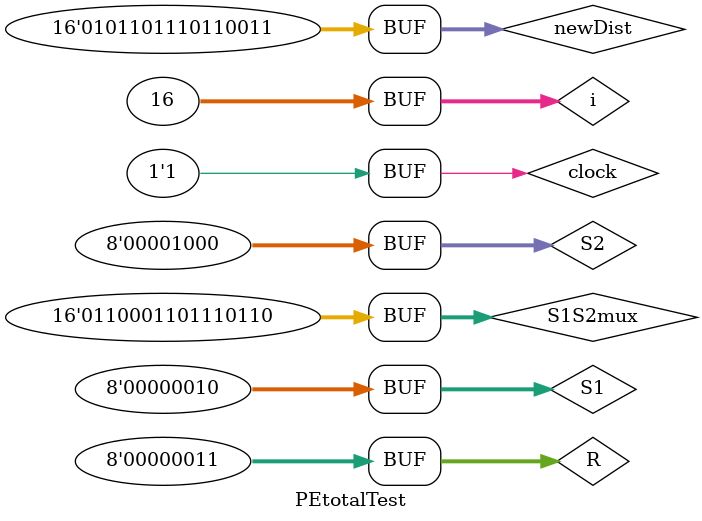
<source format=v>
`timescale 1ns / 1ps
module PEtotalTest;
	// Inputs
	reg clock;
	reg [7:0] R, S1, S2; // memory inputs
   reg [15:0] S1S2mux, newDist; // control input
	// Output
   wire [127:0] Accumulate;
	integer i;
	// Instantiate the Design Under Test (DUT)
	PEtotal dut (clock, R, S1, S2, S1S2mux, newDist, Accumulate);
	initial begin
		// Stimulus
		R = 3; S1 = 2; S2 = 8;
		S1S2mux = 16'b1111010100110001;
		newDist = 16'b1111111111111111;
		// 16 Clock Cycles with Period 10ns
		for (i = 0; i < 16; i=i+1)
		begin
			clock = 0; #5; clock = 1; #5;
		end
		
		S1S2mux = 16'b0110001101110110;
		newDist = 16'b0101101110110011;
		for (i = 0; i < 16; i=i+1)
		begin
			clock = 0; #5; clock = 1; #5;
		end
	end
endmodule


</source>
